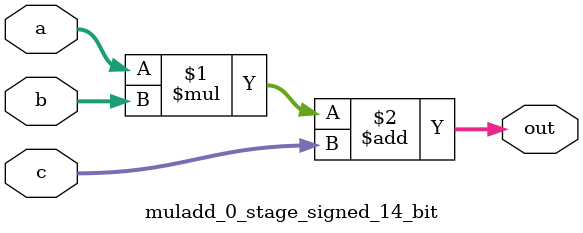
<source format=sv>
(* use_dsp = "yes" *) module muladd_0_stage_signed_14_bit(
	input signed [13:0] a,
	input signed [13:0] b,
	input signed [13:0] c,
	output [13:0] out
	);

	assign out = (a * b) + c;
endmodule

</source>
